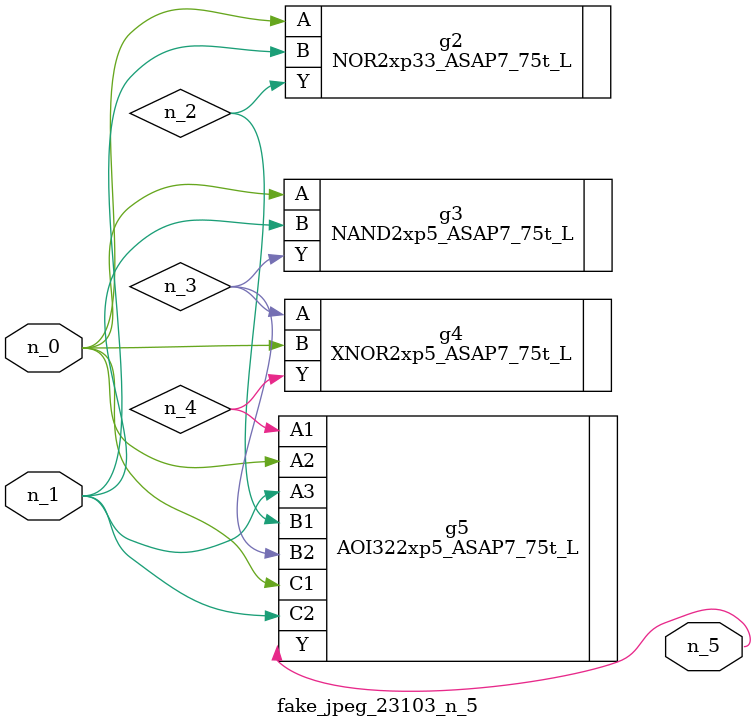
<source format=v>
module fake_jpeg_23103_n_5 (n_0, n_1, n_5);

input n_0;
input n_1;

output n_5;

wire n_2;
wire n_3;
wire n_4;

NOR2xp33_ASAP7_75t_L g2 ( 
.A(n_0),
.B(n_1),
.Y(n_2)
);

NAND2xp5_ASAP7_75t_L g3 ( 
.A(n_0),
.B(n_1),
.Y(n_3)
);

XNOR2xp5_ASAP7_75t_L g4 ( 
.A(n_3),
.B(n_0),
.Y(n_4)
);

AOI322xp5_ASAP7_75t_L g5 ( 
.A1(n_4),
.A2(n_0),
.A3(n_1),
.B1(n_2),
.B2(n_3),
.C1(n_0),
.C2(n_1),
.Y(n_5)
);


endmodule
</source>
